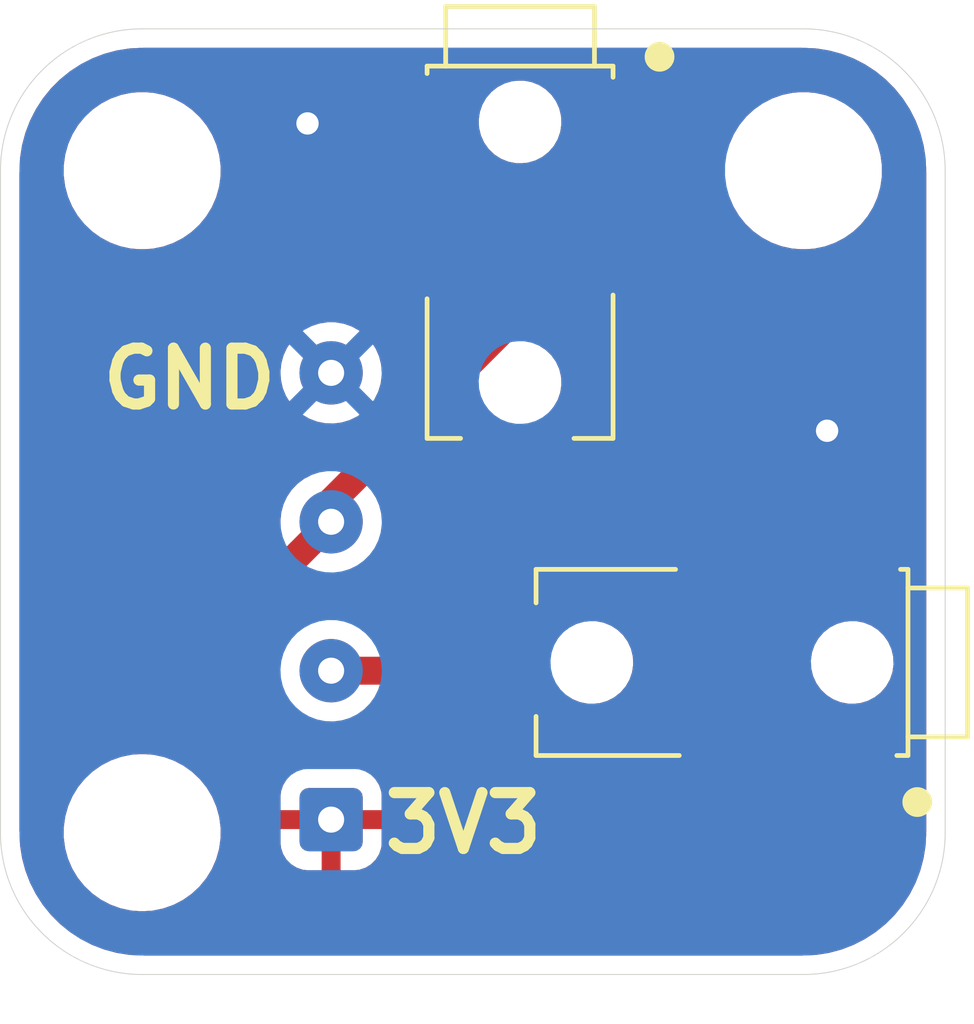
<source format=kicad_pcb>
(kicad_pcb (version 20211014) (generator pcbnew)
  (layers (0 "F.Cu" signal) (31 "B.Cu" signal) (34 "B.Paste" user) (35 "F.Paste" user) (36 "B.SilkS" user "B.Silkscreen") (37 "F.SilkS" user "F.Silkscreen") (38 "B.Mask" user) (39 "F.Mask" user) (44 "Edge.Cuts" user))
  (net 0 "")
  (net 1 "+3V3")
  (net 2 "Net-(J1-Pad2)")
  (net 3 "Net-(J1-Pad3)")
  (net 4 "GND")
  (footprint "reptile-monitor:Korean Hroparts Elec PJ-227-5A" (layer "F.Cu") (at 167.64 92.44 -90)
    (fp_text reference "J3" hide)
    (fp_text value "AudioJack4_SwitchR1" hide)
    (fp_line (start 0 -2) (end 0 2) (layer "F.SilkS") (width 0.127))
    (fp_line (start 6.25 2.5) (end 10 2.5) (layer "F.SilkS") (width 0.127))
    (fp_line (start 0 -2) (end -1.6 -2) (layer "F.SilkS") (width 0.127))
    (fp_line (start 0 -2.5) (end 0 -2) (layer "F.SilkS") (width 0.127))
    (fp_line (start 10 -1.45) (end 10 -2.5) (layer "F.SilkS") (width 0.127))
    (fp_line (start 0.3 -2.5) (end 0 -2.5) (layer "F.SilkS") (width 0.127))
    (fp_line (start -1.6 2) (end 0 2) (layer "F.SilkS") (width 0.127))
    (fp_line (start 10 -2.5) (end 6.15 -2.5) (layer "F.SilkS") (width 0.127))
    (fp_line (start 10 2.5) (end 10 1.6) (layer "F.SilkS") (width 0.127))
    (fp_line (start 0 2.5) (end 0.2 2.5) (layer "F.SilkS") (width 0.127))
    (fp_line (start 0 2) (end 0 2.5) (layer "F.SilkS") (width 0.127))
    (fp_line (start -1.6 -2) (end -1.6 2) (layer "F.SilkS") (width 0.127))
    (fp_circle (center -0.25 -3.75) (end -0.05 -3.75) (layer "F.SilkS") (width 0.4) (fill none))
    (pad "" np_thru_hole circle (at 1.5 0 90) (size 1.2 1.2) (drill 1.2) (layers F&B.Cu *.Mask))
    (pad "" np_thru_hole circle (at 8.5 0 90) (size 1.2 1.2) (drill 1.2) (layers F&B.Cu *.Mask))
    (pad "1" smd rect (at 1.6 -3.625 90) (size 1.5 2.5) (layers "F.Cu" "F.Paste" "F.Mask") (net 1 "+3V3"))
    (pad "2" smd rect (at 11.1 0 90) (size 2.5 1.5) (layers "F.Cu" "F.Paste" "F.Mask") (net 2 "Net-(J1-Pad2)"))
    (pad "3" smd rect (at 4.3 -3.625 90) (size 1.5 2.5) (layers "F.Cu" "F.Paste" "F.Mask") (net 3 "Net-(J1-Pad3)"))
    (pad "4" smd rect (at 1.6 3.625 90) (size 1.5 2.5) (layers "F.Cu" "F.Paste" "F.Mask") (net 4 "GND"))
    (pad "5" smd rect (at 4.3 3.625 90) (size 1.5 2.5) (layers "F.Cu" "F.Paste" "F.Mask"))
  )
  (footprint "Connector_Wire:SolderWire-0.15sqmm_1x04_P4mm_D0.5mm_OD1.5mm" (layer "F.Cu") (at 162.56 112.68 90)
    (fp_text reference "J2" hide)
    (fp_text value "Conn_01x04" hide)
    (pad "1" thru_hole roundrect (at 0 0 90) (size 1.7 1.7) (drill 0.7) (layers *.Cu *.Mask) (roundrect_rratio 0.1470588235) (net 1 "+3V3"))
    (pad "2" thru_hole circle (at 4 0 90) (size 1.7 1.7) (drill 0.7) (layers *.Cu *.Mask) (net 2 "Net-(J1-Pad2)"))
    (pad "3" thru_hole circle (at 8 0 90) (size 1.7 1.7) (drill 0.7) (layers *.Cu *.Mask) (net 3 "Net-(J1-Pad3)"))
    (pad "4" thru_hole circle (at 12 0 90) (size 1.7 1.7) (drill 0.7) (layers *.Cu *.Mask) (net 4 "GND"))
  )
  (footprint "MountingHole:MountingHole_3.2mm_M3" (layer "F.Cu") (at 157.48 113.03 90)
    (fp_text reference "H3" hide)
    (fp_text value "MountingHole")
    (pad "" np_thru_hole circle (at 0 0 90) (size 3.2 3.2) (drill 3.2) (layers *.Cu *.Mask))
  )
  (footprint "MountingHole:MountingHole_3.2mm_M3" (layer "F.Cu") (at 175.26 95.25)
    (fp_text reference "H1" hide)
    (fp_text value "MountingHole" hide)
    (pad "" np_thru_hole circle (at 0 0) (size 3.2 3.2) (drill 3.2) (layers *.Cu *.Mask))
  )
  (footprint "MountingHole:MountingHole_3.2mm_M3" (layer "F.Cu") (at 157.48 95.25)
    (fp_text reference "H2" hide)
    (fp_text value "MountingHole" hide)
    (pad "" np_thru_hole circle (at 0 0) (size 3.2 3.2) (drill 3.2) (layers *.Cu *.Mask))
  )
  (footprint "reptile-monitor:Korean Hroparts Elec PJ-227-5A" (layer "F.Cu") (at 178.07 108.458 180)
    (fp_text reference "J1" hide)
    (fp_text value "AudioJack4_SwitchR1" hide)
    (fp_line (start 0.3 -2.5) (end 0 -2.5) (layer "F.SilkS") (width 0.127))
    (fp_line (start 10 2.5) (end 10 1.6) (layer "F.SilkS") (width 0.127))
    (fp_line (start -1.6 2) (end 0 2) (layer "F.SilkS") (width 0.127))
    (fp_line (start 0 -2) (end 0 2) (layer "F.SilkS") (width 0.127))
    (fp_line (start 0 2) (end 0 2.5) (layer "F.SilkS") (width 0.127))
    (fp_line (start -1.6 -2) (end -1.6 2) (layer "F.SilkS") (width 0.127))
    (fp_line (start 0 2.5) (end 0.2 2.5) (layer "F.SilkS") (width 0.127))
    (fp_line (start 10 -2.5) (end 6.15 -2.5) (layer "F.SilkS") (width 0.127))
    (fp_line (start 0 -2.5) (end 0 -2) (layer "F.SilkS") (width 0.127))
    (fp_line (start 0 -2) (end -1.6 -2) (layer "F.SilkS") (width 0.127))
    (fp_line (start 10 -1.45) (end 10 -2.5) (layer "F.SilkS") (width 0.127))
    (fp_line (start 6.25 2.5) (end 10 2.5) (layer "F.SilkS") (width 0.127))
    (fp_circle (center -0.25 -3.75) (end -0.05 -3.75) (layer "F.SilkS") (width 0.4) (fill none))
    (pad "" np_thru_hole circle (at 8.5 0) (size 1.2 1.2) (drill 1.2) (layers F&B.Cu *.Mask))
    (pad "" np_thru_hole circle (at 1.5 0) (size 1.2 1.2) (drill 1.2) (layers F&B.Cu *.Mask))
    (pad "1" smd rect (at 1.6 -3.625) (size 1.5 2.5) (layers "F.Cu" "F.Paste" "F.Mask") (net 1 "+3V3"))
    (pad "2" smd rect (at 11.1 0) (size 2.5 1.5) (layers "F.Cu" "F.Paste" "F.Mask") (net 2 "Net-(J1-Pad2)"))
    (pad "3" smd rect (at 4.3 -3.625) (size 1.5 2.5) (layers "F.Cu" "F.Paste" "F.Mask") (net 3 "Net-(J1-Pad3)"))
    (pad "4" smd rect (at 1.6 3.625) (size 1.5 2.5) (layers "F.Cu" "F.Paste" "F.Mask") (net 4 "GND"))
    (pad "5" smd rect (at 4.3 3.625) (size 1.5 2.5) (layers "F.Cu" "F.Paste" "F.Mask"))
  )
  (gr_line (start 153.67 95.25) (end 153.67 113.03) (layer "Edge.Cuts") (width 0.0254))
  (gr_arc (start 157.48 116.84) (mid 154.785923 115.724077) (end 153.67 113.03) (layer "Edge.Cuts") (width 0.0254))
  (gr_line (start 179.07 113.03) (end 179.07 95.25) (layer "Edge.Cuts") (width 0.0254))
  (gr_arc (start 153.67 95.25) (mid 154.785923 92.555923) (end 157.48 91.44) (layer "Edge.Cuts") (width 0.0254))
  (gr_line (start 157.48 116.84) (end 175.26 116.84) (layer "Edge.Cuts") (width 0.0254))
  (gr_line (start 175.26 91.44) (end 157.48 91.44) (layer "Edge.Cuts") (width 0.0254))
  (gr_arc (start 175.26 91.44) (mid 177.954077 92.555923) (end 179.07 95.25) (layer "Edge.Cuts") (width 0.0254))
  (gr_arc (start 179.07 113.03) (mid 177.954077 115.724077) (end 175.26 116.84) (layer "Edge.Cuts") (width 0.0254))
  (gr_text "3V3" (at 166.116 112.776) (layer "F.SilkS") (effects (font (size 1.5 1.5) (thickness 0.3))))
  (gr_text "GND" (at 158.75 100.838) (layer "F.SilkS") (effects (font (size 1.5 1.5) (thickness 0.3))))
  (segment (start 162.56 108.68) (end 166.43 108.68) (width 0.75) (layer "F.Cu") (net 2))
  (segment (start 167.64 103.54) (end 167.64 107.915) (width 0.75) (layer "F.Cu") (net 2))
  (segment (start 167.64 107.915) (end 166.97 108.585) (width 0.75) (layer "F.Cu") (net 2))
  (segment (start 160.02 107.22) (end 160.02 109.22) (width 0.75) (layer "F.Cu") (net 3))
  (segment (start 162.56 104.68) (end 160.02 107.22) (width 0.75) (layer "F.Cu") (net 3))
  (segment (start 162.56 104.68) (end 162.56 104.14) (width 0.75) (layer "F.Cu") (net 3))
  (segment (start 162.56 104.14) (end 169.96 96.74) (width 0.75) (layer "F.Cu") (net 3))
  (segment (start 167.64 110.49) (end 169.36 112.21) (width 0.75) (layer "F.Cu") (net 3))
  (segment (start 161.29 110.49) (end 167.64 110.49) (width 0.75) (layer "F.Cu") (net 3))
  (segment (start 160.02 109.22) (end 161.29 110.49) (width 0.75) (layer "F.Cu") (net 3))
  (segment (start 169.96 96.74) (end 171.265 96.74) (width 0.75) (layer "F.Cu") (net 3))
  (segment (start 169.36 112.21) (end 173.77 112.21) (width 0.75) (layer "F.Cu") (net 3))
  (segment (start 176.47 104.96) (end 176.47 102.81) (width 1.5) (layer "F.Cu") (net 4))
  (segment (start 176.47 102.81) (end 175.895 102.235) (width 1.5) (layer "F.Cu") (net 4))
  (segment (start 161.985 94.04) (end 164.015 94.04) (width 1.5) (layer "F.Cu") (net 4))
  (via (at 161.925 93.98) (size 1.2) (drill 0.6) (layers "F.Cu" "B.Cu") (net 4))
  (via (at 175.895 102.235) (size 1.2) (drill 0.6) (layers "F.Cu" "B.Cu") (net 4))
  (zone (net 1) (net_name "+3V3") (layer "F.Cu") (connect_pads (clearance 0.508)) (min_thickness 0.254) (fill yes (thermal_gap 0.508) (thermal_bridge_width 0.508) (smoothing fillet) (radius 2))
    (polygon (pts (xy 179.07 116.84) (xy 153.67 116.84) (xy 153.67 91.44) (xy 179.07 91.44)))
  )
  (zone (net 4) (net_name "GND") (layer "B.Cu") (connect_pads (clearance 0.508)) (min_thickness 0.254) (fill yes (thermal_gap 0.508) (thermal_bridge_width 0.508) (smoothing fillet) (radius 2))
    (polygon (pts (xy 179.07 116.84) (xy 153.67 116.84) (xy 153.67 91.44) (xy 179.07 91.44)))
  )
)
</source>
